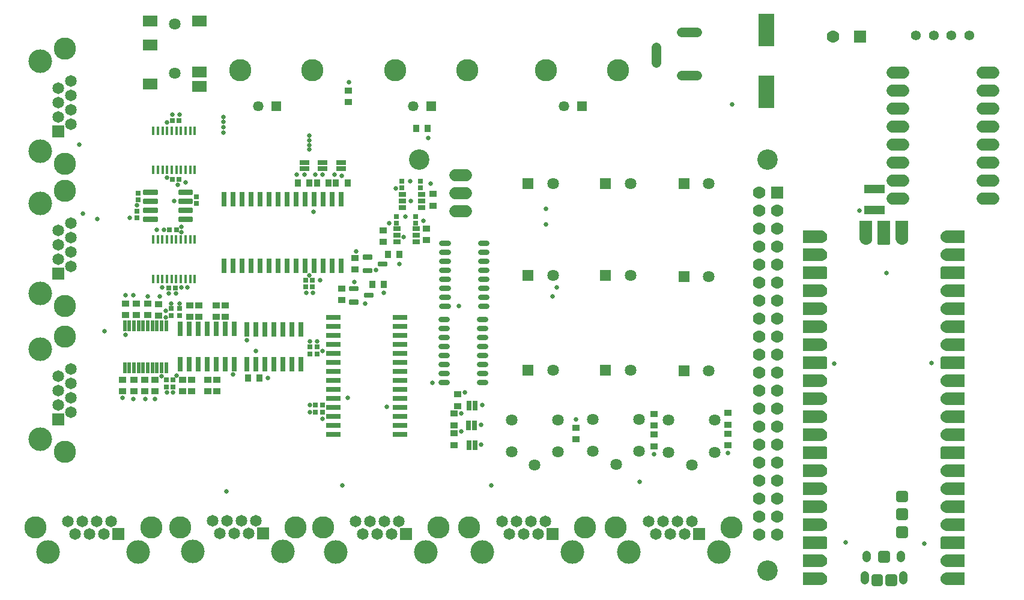
<source format=gbr>
G04 EAGLE Gerber RS-274X export*
G75*
%MOMM*%
%FSLAX34Y34*%
%LPD*%
%INSoldermask Top*%
%IPPOS*%
%AMOC8*
5,1,8,0,0,1.08239X$1,22.5*%
G01*
G04 Define Apertures*
%ADD10C,2.877000*%
%ADD11R,2.127000X1.627000*%
%ADD12C,1.627000*%
%ADD13R,2.842300X1.291600*%
%ADD14R,0.687000X0.756100*%
%ADD15R,0.756100X0.687000*%
%ADD16R,2.242300X4.542700*%
%ADD17R,1.627000X1.627000*%
%ADD18R,2.127000X0.727000*%
%ADD19R,0.727000X2.127000*%
%ADD20C,1.651000*%
%ADD21R,0.762000X1.397000*%
%ADD22R,1.397000X0.762000*%
%ADD23R,1.462000X1.462000*%
%ADD24C,1.462000*%
%ADD25C,3.127000*%
%ADD26C,1.651000*%
%ADD27R,1.651000X1.651000*%
%ADD28C,3.327000*%
%ADD29C,1.327000*%
%ADD30C,1.387000*%
%ADD31R,1.100900X0.925700*%
%ADD32R,0.925700X1.100900*%
%ADD33R,0.482600X1.536700*%
%ADD34C,0.732150*%
%ADD35C,1.227000*%
%ADD36C,1.177000*%
%ADD37R,0.685800X2.108200*%
%ADD38C,0.727000*%
%ADD39R,1.777000X1.777000*%
%ADD40C,1.777000*%
%ADD41C,0.276259*%
%ADD42R,1.104900X0.685800*%
%ADD43R,0.431800X1.295400*%
%ADD44C,0.272459*%
%ADD45C,0.652000*%
G36*
X1135808Y75100D02*
X1135808Y93200D01*
X1166861Y93200D01*
X1167537Y93124D01*
X1168182Y92898D01*
X1168760Y92535D01*
X1169243Y92052D01*
X1169607Y91474D01*
X1169832Y90829D01*
X1169908Y90153D01*
X1169908Y78147D01*
X1169832Y77471D01*
X1169607Y76827D01*
X1169243Y76248D01*
X1168760Y75765D01*
X1168182Y75402D01*
X1167537Y75176D01*
X1166861Y75100D01*
X1135808Y75100D01*
G37*
G36*
X1135808Y202100D02*
X1135808Y220200D01*
X1166861Y220200D01*
X1167537Y220124D01*
X1168182Y219898D01*
X1168760Y219535D01*
X1169243Y219052D01*
X1169607Y218474D01*
X1169832Y217829D01*
X1169908Y217153D01*
X1169908Y205147D01*
X1169832Y204471D01*
X1169607Y203827D01*
X1169243Y203248D01*
X1168760Y202765D01*
X1168182Y202402D01*
X1167537Y202176D01*
X1166861Y202100D01*
X1135808Y202100D01*
G37*
G36*
X1135808Y329100D02*
X1135808Y347200D01*
X1166861Y347200D01*
X1167537Y347124D01*
X1168182Y346898D01*
X1168760Y346535D01*
X1169243Y346052D01*
X1169607Y345474D01*
X1169832Y344829D01*
X1169908Y344153D01*
X1169908Y332147D01*
X1169832Y331471D01*
X1169607Y330827D01*
X1169243Y330248D01*
X1168760Y329765D01*
X1168182Y329402D01*
X1167537Y329176D01*
X1166861Y329100D01*
X1135808Y329100D01*
G37*
G36*
X1135808Y456100D02*
X1135808Y474200D01*
X1166861Y474200D01*
X1167537Y474124D01*
X1168182Y473898D01*
X1168760Y473535D01*
X1169243Y473052D01*
X1169607Y472474D01*
X1169832Y471829D01*
X1169908Y471153D01*
X1169908Y459147D01*
X1169832Y458471D01*
X1169607Y457827D01*
X1169243Y457248D01*
X1168760Y456765D01*
X1168182Y456402D01*
X1167537Y456176D01*
X1166861Y456100D01*
X1135808Y456100D01*
G37*
G36*
X1240708Y507647D02*
X1240708Y538700D01*
X1258808Y538700D01*
X1258808Y507647D01*
X1258732Y506971D01*
X1258507Y506327D01*
X1258143Y505748D01*
X1257660Y505265D01*
X1257082Y504902D01*
X1256437Y504676D01*
X1255761Y504600D01*
X1243756Y504600D01*
X1243080Y504676D01*
X1242435Y504902D01*
X1241857Y505265D01*
X1241374Y505748D01*
X1241010Y506327D01*
X1240785Y506971D01*
X1240708Y507647D01*
G37*
G36*
X1331980Y93124D02*
X1332656Y93200D01*
X1363708Y93200D01*
X1363708Y75100D01*
X1332656Y75100D01*
X1331980Y75176D01*
X1331335Y75402D01*
X1330757Y75765D01*
X1330274Y76248D01*
X1329910Y76827D01*
X1329685Y77471D01*
X1329608Y78147D01*
X1329608Y90153D01*
X1329685Y90829D01*
X1329910Y91474D01*
X1330274Y92052D01*
X1330757Y92535D01*
X1331335Y92898D01*
X1331980Y93124D01*
G37*
G36*
X1331980Y220124D02*
X1332656Y220200D01*
X1363708Y220200D01*
X1363708Y202100D01*
X1332656Y202100D01*
X1331980Y202176D01*
X1331335Y202402D01*
X1330757Y202765D01*
X1330274Y203248D01*
X1329910Y203827D01*
X1329685Y204471D01*
X1329608Y205147D01*
X1329608Y217153D01*
X1329685Y217829D01*
X1329910Y218474D01*
X1330274Y219052D01*
X1330757Y219535D01*
X1331335Y219898D01*
X1331980Y220124D01*
G37*
G36*
X1331980Y347124D02*
X1332656Y347200D01*
X1363708Y347200D01*
X1363708Y329100D01*
X1332656Y329100D01*
X1331980Y329176D01*
X1331335Y329402D01*
X1330757Y329765D01*
X1330274Y330248D01*
X1329910Y330827D01*
X1329685Y331471D01*
X1329608Y332147D01*
X1329608Y344153D01*
X1329685Y344829D01*
X1329910Y345474D01*
X1330274Y346052D01*
X1330757Y346535D01*
X1331335Y346898D01*
X1331980Y347124D01*
G37*
G36*
X1331980Y474124D02*
X1332656Y474200D01*
X1363708Y474200D01*
X1363708Y456100D01*
X1332656Y456100D01*
X1331980Y456176D01*
X1331335Y456402D01*
X1330757Y456765D01*
X1330274Y457248D01*
X1329910Y457827D01*
X1329685Y458471D01*
X1329608Y459147D01*
X1329608Y471153D01*
X1329685Y471829D01*
X1329910Y472474D01*
X1330274Y473052D01*
X1330757Y473535D01*
X1331335Y473898D01*
X1331980Y474124D01*
G37*
G36*
X1135808Y24300D02*
X1135808Y42400D01*
X1160861Y42400D01*
X1162624Y42226D01*
X1164322Y41711D01*
X1165886Y40875D01*
X1167258Y39750D01*
X1168383Y38378D01*
X1169220Y36813D01*
X1169735Y35116D01*
X1169909Y33350D01*
X1169735Y31584D01*
X1169220Y29887D01*
X1168383Y28322D01*
X1167258Y26951D01*
X1165886Y25825D01*
X1164322Y24989D01*
X1162624Y24474D01*
X1160861Y24300D01*
X1135808Y24300D01*
G37*
G36*
X1135808Y49700D02*
X1135808Y67800D01*
X1160861Y67800D01*
X1162624Y67626D01*
X1164322Y67111D01*
X1165886Y66275D01*
X1167258Y65150D01*
X1168383Y63778D01*
X1169220Y62213D01*
X1169735Y60516D01*
X1169909Y58750D01*
X1169735Y56984D01*
X1169220Y55287D01*
X1168383Y53722D01*
X1167258Y52351D01*
X1165886Y51225D01*
X1164322Y50389D01*
X1162624Y49874D01*
X1160861Y49700D01*
X1135808Y49700D01*
G37*
G36*
X1135808Y100500D02*
X1135808Y118600D01*
X1160861Y118600D01*
X1162624Y118426D01*
X1164322Y117911D01*
X1165886Y117075D01*
X1167258Y115950D01*
X1168383Y114578D01*
X1169220Y113013D01*
X1169735Y111316D01*
X1169909Y109550D01*
X1169735Y107784D01*
X1169220Y106087D01*
X1168383Y104522D01*
X1167258Y103151D01*
X1165886Y102025D01*
X1164322Y101189D01*
X1162624Y100674D01*
X1160861Y100500D01*
X1135808Y100500D01*
G37*
G36*
X1135808Y125900D02*
X1135808Y144000D01*
X1160861Y144000D01*
X1162624Y143826D01*
X1164322Y143311D01*
X1165886Y142475D01*
X1167258Y141350D01*
X1168383Y139978D01*
X1169220Y138413D01*
X1169735Y136716D01*
X1169909Y134950D01*
X1169735Y133184D01*
X1169220Y131487D01*
X1168383Y129922D01*
X1167258Y128551D01*
X1165886Y127425D01*
X1164322Y126589D01*
X1162624Y126074D01*
X1160861Y125900D01*
X1135808Y125900D01*
G37*
G36*
X1135808Y151300D02*
X1135808Y169400D01*
X1160861Y169400D01*
X1162624Y169226D01*
X1164322Y168711D01*
X1165886Y167875D01*
X1167258Y166750D01*
X1168383Y165378D01*
X1169220Y163813D01*
X1169735Y162116D01*
X1169909Y160350D01*
X1169735Y158584D01*
X1169220Y156887D01*
X1168383Y155322D01*
X1167258Y153951D01*
X1165886Y152825D01*
X1164322Y151989D01*
X1162624Y151474D01*
X1160861Y151300D01*
X1135808Y151300D01*
G37*
G36*
X1135808Y176700D02*
X1135808Y194800D01*
X1160861Y194800D01*
X1162624Y194626D01*
X1164322Y194111D01*
X1165886Y193275D01*
X1167258Y192150D01*
X1168383Y190778D01*
X1169220Y189213D01*
X1169735Y187516D01*
X1169909Y185750D01*
X1169735Y183984D01*
X1169220Y182287D01*
X1168383Y180722D01*
X1167258Y179351D01*
X1165886Y178225D01*
X1164322Y177389D01*
X1162624Y176874D01*
X1160861Y176700D01*
X1135808Y176700D01*
G37*
G36*
X1135808Y227500D02*
X1135808Y245600D01*
X1160861Y245600D01*
X1162624Y245426D01*
X1164322Y244911D01*
X1165886Y244075D01*
X1167258Y242950D01*
X1168383Y241578D01*
X1169220Y240013D01*
X1169735Y238316D01*
X1169909Y236550D01*
X1169735Y234784D01*
X1169220Y233087D01*
X1168383Y231522D01*
X1167258Y230151D01*
X1165886Y229025D01*
X1164322Y228189D01*
X1162624Y227674D01*
X1160861Y227500D01*
X1135808Y227500D01*
G37*
G36*
X1135808Y252900D02*
X1135808Y271000D01*
X1160861Y271000D01*
X1162624Y270826D01*
X1164322Y270311D01*
X1165886Y269475D01*
X1167258Y268350D01*
X1168383Y266978D01*
X1169220Y265413D01*
X1169735Y263716D01*
X1169909Y261950D01*
X1169735Y260184D01*
X1169220Y258487D01*
X1168383Y256922D01*
X1167258Y255551D01*
X1165886Y254425D01*
X1164322Y253589D01*
X1162624Y253074D01*
X1160861Y252900D01*
X1135808Y252900D01*
G37*
G36*
X1135808Y278300D02*
X1135808Y296400D01*
X1160861Y296400D01*
X1162624Y296226D01*
X1164322Y295711D01*
X1165886Y294875D01*
X1167258Y293750D01*
X1168383Y292378D01*
X1169220Y290813D01*
X1169735Y289116D01*
X1169909Y287350D01*
X1169735Y285584D01*
X1169220Y283887D01*
X1168383Y282322D01*
X1167258Y280951D01*
X1165886Y279825D01*
X1164322Y278989D01*
X1162624Y278474D01*
X1160861Y278300D01*
X1135808Y278300D01*
G37*
G36*
X1135808Y303700D02*
X1135808Y321800D01*
X1160861Y321800D01*
X1162624Y321626D01*
X1164322Y321111D01*
X1165886Y320275D01*
X1167258Y319150D01*
X1168383Y317778D01*
X1169220Y316213D01*
X1169735Y314516D01*
X1169909Y312750D01*
X1169735Y310984D01*
X1169220Y309287D01*
X1168383Y307722D01*
X1167258Y306351D01*
X1165886Y305225D01*
X1164322Y304389D01*
X1162624Y303874D01*
X1160861Y303700D01*
X1135808Y303700D01*
G37*
G36*
X1135808Y354500D02*
X1135808Y372600D01*
X1160861Y372600D01*
X1162624Y372426D01*
X1164322Y371911D01*
X1165886Y371075D01*
X1167258Y369950D01*
X1168383Y368578D01*
X1169220Y367013D01*
X1169735Y365316D01*
X1169909Y363550D01*
X1169735Y361784D01*
X1169220Y360087D01*
X1168383Y358522D01*
X1167258Y357151D01*
X1165886Y356025D01*
X1164322Y355189D01*
X1162624Y354674D01*
X1160861Y354500D01*
X1135808Y354500D01*
G37*
G36*
X1135808Y379900D02*
X1135808Y398000D01*
X1160861Y398000D01*
X1162624Y397826D01*
X1164322Y397311D01*
X1165886Y396475D01*
X1167258Y395350D01*
X1168383Y393978D01*
X1169220Y392413D01*
X1169735Y390716D01*
X1169909Y388950D01*
X1169735Y387184D01*
X1169220Y385487D01*
X1168383Y383922D01*
X1167258Y382551D01*
X1165886Y381425D01*
X1164322Y380589D01*
X1162624Y380074D01*
X1160861Y379900D01*
X1135808Y379900D01*
G37*
G36*
X1135808Y405300D02*
X1135808Y423400D01*
X1160861Y423400D01*
X1162624Y423226D01*
X1164322Y422711D01*
X1165886Y421875D01*
X1167258Y420750D01*
X1168383Y419378D01*
X1169220Y417813D01*
X1169735Y416116D01*
X1169909Y414350D01*
X1169735Y412584D01*
X1169220Y410887D01*
X1168383Y409322D01*
X1167258Y407951D01*
X1165886Y406825D01*
X1164322Y405989D01*
X1162624Y405474D01*
X1160861Y405300D01*
X1135808Y405300D01*
G37*
G36*
X1135808Y430700D02*
X1135808Y448800D01*
X1160861Y448800D01*
X1162624Y448626D01*
X1164322Y448111D01*
X1165886Y447275D01*
X1167258Y446150D01*
X1168383Y444778D01*
X1169220Y443213D01*
X1169735Y441516D01*
X1169909Y439750D01*
X1169735Y437984D01*
X1169220Y436287D01*
X1168383Y434722D01*
X1167258Y433351D01*
X1165886Y432225D01*
X1164322Y431389D01*
X1162624Y430874D01*
X1160861Y430700D01*
X1135808Y430700D01*
G37*
G36*
X1135808Y481500D02*
X1135808Y499600D01*
X1160861Y499600D01*
X1162624Y499426D01*
X1164322Y498911D01*
X1165886Y498075D01*
X1167258Y496950D01*
X1168383Y495578D01*
X1169220Y494013D01*
X1169735Y492316D01*
X1169909Y490550D01*
X1169735Y488784D01*
X1169220Y487087D01*
X1168383Y485522D01*
X1167258Y484151D01*
X1165886Y483025D01*
X1164322Y482189D01*
X1162624Y481674D01*
X1160861Y481500D01*
X1135808Y481500D01*
G37*
G36*
X1135808Y506900D02*
X1135808Y525000D01*
X1160861Y525000D01*
X1162624Y524826D01*
X1164322Y524311D01*
X1165886Y523475D01*
X1167258Y522350D01*
X1168383Y520978D01*
X1169220Y519413D01*
X1169735Y517716D01*
X1169909Y515950D01*
X1169735Y514184D01*
X1169220Y512487D01*
X1168383Y510922D01*
X1167258Y509551D01*
X1165886Y508425D01*
X1164322Y507589D01*
X1162624Y507074D01*
X1160861Y506900D01*
X1135808Y506900D01*
G37*
G36*
X1215308Y513648D02*
X1215308Y538700D01*
X1233408Y538700D01*
X1233408Y513648D01*
X1233235Y511884D01*
X1232720Y510187D01*
X1231883Y508622D01*
X1230758Y507251D01*
X1229386Y506125D01*
X1227822Y505289D01*
X1226124Y504774D01*
X1224358Y504600D01*
X1222593Y504774D01*
X1220895Y505289D01*
X1219330Y506125D01*
X1217959Y507251D01*
X1216833Y508622D01*
X1215997Y510187D01*
X1215482Y511884D01*
X1215308Y513648D01*
G37*
G36*
X1266108Y513648D02*
X1266108Y538700D01*
X1284208Y538700D01*
X1284208Y513648D01*
X1284035Y511884D01*
X1283520Y510187D01*
X1282683Y508622D01*
X1281558Y507251D01*
X1280186Y506125D01*
X1278622Y505289D01*
X1276924Y504774D01*
X1275158Y504600D01*
X1273393Y504774D01*
X1271695Y505289D01*
X1270130Y506125D01*
X1268759Y507251D01*
X1267633Y508622D01*
X1266797Y510187D01*
X1266282Y511884D01*
X1266108Y513648D01*
G37*
G36*
X1336893Y42226D02*
X1338656Y42400D01*
X1363708Y42400D01*
X1363708Y24300D01*
X1338656Y24300D01*
X1336893Y24474D01*
X1335195Y24989D01*
X1333630Y25825D01*
X1332259Y26951D01*
X1331133Y28322D01*
X1330297Y29887D01*
X1329782Y31584D01*
X1329608Y33350D01*
X1329782Y35116D01*
X1330297Y36813D01*
X1331133Y38378D01*
X1332259Y39750D01*
X1333630Y40875D01*
X1335195Y41711D01*
X1336893Y42226D01*
G37*
G36*
X1336893Y67626D02*
X1338656Y67800D01*
X1363708Y67800D01*
X1363708Y49700D01*
X1338656Y49700D01*
X1336893Y49874D01*
X1335195Y50389D01*
X1333630Y51225D01*
X1332259Y52351D01*
X1331133Y53722D01*
X1330297Y55287D01*
X1329782Y56984D01*
X1329608Y58750D01*
X1329782Y60516D01*
X1330297Y62213D01*
X1331133Y63778D01*
X1332259Y65150D01*
X1333630Y66275D01*
X1335195Y67111D01*
X1336893Y67626D01*
G37*
G36*
X1336893Y118426D02*
X1338656Y118600D01*
X1363708Y118600D01*
X1363708Y100500D01*
X1338656Y100500D01*
X1336893Y100674D01*
X1335195Y101189D01*
X1333630Y102025D01*
X1332259Y103151D01*
X1331133Y104522D01*
X1330297Y106087D01*
X1329782Y107784D01*
X1329608Y109550D01*
X1329782Y111316D01*
X1330297Y113013D01*
X1331133Y114578D01*
X1332259Y115950D01*
X1333630Y117075D01*
X1335195Y117911D01*
X1336893Y118426D01*
G37*
G36*
X1336893Y143826D02*
X1338656Y144000D01*
X1363708Y144000D01*
X1363708Y125900D01*
X1338656Y125900D01*
X1336893Y126074D01*
X1335195Y126589D01*
X1333630Y127425D01*
X1332259Y128551D01*
X1331133Y129922D01*
X1330297Y131487D01*
X1329782Y133184D01*
X1329608Y134950D01*
X1329782Y136716D01*
X1330297Y138413D01*
X1331133Y139978D01*
X1332259Y141350D01*
X1333630Y142475D01*
X1335195Y143311D01*
X1336893Y143826D01*
G37*
G36*
X1336893Y169226D02*
X1338656Y169400D01*
X1363708Y169400D01*
X1363708Y151300D01*
X1338656Y151300D01*
X1336893Y151474D01*
X1335195Y151989D01*
X1333630Y152825D01*
X1332259Y153951D01*
X1331133Y155322D01*
X1330297Y156887D01*
X1329782Y158584D01*
X1329608Y160350D01*
X1329782Y162116D01*
X1330297Y163813D01*
X1331133Y165378D01*
X1332259Y166750D01*
X1333630Y167875D01*
X1335195Y168711D01*
X1336893Y169226D01*
G37*
G36*
X1336893Y194626D02*
X1338656Y194800D01*
X1363708Y194800D01*
X1363708Y176700D01*
X1338656Y176700D01*
X1336893Y176874D01*
X1335195Y177389D01*
X1333630Y178225D01*
X1332259Y179351D01*
X1331133Y180722D01*
X1330297Y182287D01*
X1329782Y183984D01*
X1329608Y185750D01*
X1329782Y187516D01*
X1330297Y189213D01*
X1331133Y190778D01*
X1332259Y192150D01*
X1333630Y193275D01*
X1335195Y194111D01*
X1336893Y194626D01*
G37*
G36*
X1336893Y245426D02*
X1338656Y245600D01*
X1363708Y245600D01*
X1363708Y227500D01*
X1338656Y227500D01*
X1336893Y227674D01*
X1335195Y228189D01*
X1333630Y229025D01*
X1332259Y230151D01*
X1331133Y231522D01*
X1330297Y233087D01*
X1329782Y234784D01*
X1329608Y236550D01*
X1329782Y238316D01*
X1330297Y240013D01*
X1331133Y241578D01*
X1332259Y242950D01*
X1333630Y244075D01*
X1335195Y244911D01*
X1336893Y245426D01*
G37*
G36*
X1336893Y270826D02*
X1338656Y271000D01*
X1363708Y271000D01*
X1363708Y252900D01*
X1338656Y252900D01*
X1336893Y253074D01*
X1335195Y253589D01*
X1333630Y254425D01*
X1332259Y255551D01*
X1331133Y256922D01*
X1330297Y258487D01*
X1329782Y260184D01*
X1329608Y261950D01*
X1329782Y263716D01*
X1330297Y265413D01*
X1331133Y266978D01*
X1332259Y268350D01*
X1333630Y269475D01*
X1335195Y270311D01*
X1336893Y270826D01*
G37*
G36*
X1336893Y296226D02*
X1338656Y296400D01*
X1363708Y296400D01*
X1363708Y278300D01*
X1338656Y278300D01*
X1336893Y278474D01*
X1335195Y278989D01*
X1333630Y279825D01*
X1332259Y280951D01*
X1331133Y282322D01*
X1330297Y283887D01*
X1329782Y285584D01*
X1329608Y287350D01*
X1329782Y289116D01*
X1330297Y290813D01*
X1331133Y292378D01*
X1332259Y293750D01*
X1333630Y294875D01*
X1335195Y295711D01*
X1336893Y296226D01*
G37*
G36*
X1336893Y321626D02*
X1338656Y321800D01*
X1363708Y321800D01*
X1363708Y303700D01*
X1338656Y303700D01*
X1336893Y303874D01*
X1335195Y304389D01*
X1333630Y305225D01*
X1332259Y306351D01*
X1331133Y307722D01*
X1330297Y309287D01*
X1329782Y310984D01*
X1329608Y312750D01*
X1329782Y314516D01*
X1330297Y316213D01*
X1331133Y317778D01*
X1332259Y319150D01*
X1333630Y320275D01*
X1335195Y321111D01*
X1336893Y321626D01*
G37*
G36*
X1336893Y372426D02*
X1338656Y372600D01*
X1363708Y372600D01*
X1363708Y354500D01*
X1338656Y354500D01*
X1336893Y354674D01*
X1335195Y355189D01*
X1333630Y356025D01*
X1332259Y357151D01*
X1331133Y358522D01*
X1330297Y360087D01*
X1329782Y361784D01*
X1329608Y363550D01*
X1329782Y365316D01*
X1330297Y367013D01*
X1331133Y368578D01*
X1332259Y369950D01*
X1333630Y371075D01*
X1335195Y371911D01*
X1336893Y372426D01*
G37*
G36*
X1336893Y397826D02*
X1338656Y398000D01*
X1363708Y398000D01*
X1363708Y379900D01*
X1338656Y379900D01*
X1336893Y380074D01*
X1335195Y380589D01*
X1333630Y381425D01*
X1332259Y382551D01*
X1331133Y383922D01*
X1330297Y385487D01*
X1329782Y387184D01*
X1329608Y388950D01*
X1329782Y390716D01*
X1330297Y392413D01*
X1331133Y393978D01*
X1332259Y395350D01*
X1333630Y396475D01*
X1335195Y397311D01*
X1336893Y397826D01*
G37*
G36*
X1336893Y423226D02*
X1338656Y423400D01*
X1363708Y423400D01*
X1363708Y405300D01*
X1338656Y405300D01*
X1336893Y405474D01*
X1335195Y405989D01*
X1333630Y406825D01*
X1332259Y407951D01*
X1331133Y409322D01*
X1330297Y410887D01*
X1329782Y412584D01*
X1329608Y414350D01*
X1329782Y416116D01*
X1330297Y417813D01*
X1331133Y419378D01*
X1332259Y420750D01*
X1333630Y421875D01*
X1335195Y422711D01*
X1336893Y423226D01*
G37*
G36*
X1336893Y448626D02*
X1338656Y448800D01*
X1363708Y448800D01*
X1363708Y430700D01*
X1338656Y430700D01*
X1336893Y430874D01*
X1335195Y431389D01*
X1333630Y432225D01*
X1332259Y433351D01*
X1331133Y434722D01*
X1330297Y436287D01*
X1329782Y437984D01*
X1329608Y439750D01*
X1329782Y441516D01*
X1330297Y443213D01*
X1331133Y444778D01*
X1332259Y446150D01*
X1333630Y447275D01*
X1335195Y448111D01*
X1336893Y448626D01*
G37*
G36*
X1336893Y499426D02*
X1338656Y499600D01*
X1363708Y499600D01*
X1363708Y481500D01*
X1338656Y481500D01*
X1336893Y481674D01*
X1335195Y482189D01*
X1333630Y483025D01*
X1332259Y484151D01*
X1331133Y485522D01*
X1330297Y487087D01*
X1329782Y488784D01*
X1329608Y490550D01*
X1329782Y492316D01*
X1330297Y494013D01*
X1331133Y495578D01*
X1332259Y496950D01*
X1333630Y498075D01*
X1335195Y498911D01*
X1336893Y499426D01*
G37*
G36*
X1336893Y524826D02*
X1338656Y525000D01*
X1363708Y525000D01*
X1363708Y506900D01*
X1338656Y506900D01*
X1336893Y507074D01*
X1335195Y507589D01*
X1333630Y508425D01*
X1332259Y509551D01*
X1331133Y510922D01*
X1330297Y512487D01*
X1329782Y514184D01*
X1329608Y515950D01*
X1329782Y517716D01*
X1330297Y519413D01*
X1331133Y520978D01*
X1332259Y522350D01*
X1333630Y523475D01*
X1335195Y524311D01*
X1336893Y524826D01*
G37*
D10*
X1085850Y44450D03*
X594850Y624770D03*
X1085850Y624450D03*
D11*
X285060Y820310D03*
X215060Y820310D03*
X215060Y786310D03*
X215060Y731310D03*
X285060Y748310D03*
X285060Y728310D03*
D12*
X249960Y816410D03*
X249960Y746410D03*
D13*
X1236750Y582974D03*
X1236750Y553466D03*
D14*
X458006Y268500D03*
X448314Y268500D03*
D15*
X443760Y454656D03*
X443760Y444964D03*
X434870Y454656D03*
X434870Y444964D03*
D16*
X1084050Y807510D03*
X1084050Y720456D03*
D15*
X256770Y404834D03*
X256770Y414526D03*
X450810Y350714D03*
X450810Y360406D03*
X238530Y313986D03*
X238530Y304294D03*
X245340Y404834D03*
X245340Y414526D03*
X440650Y350714D03*
X440650Y360406D03*
X247420Y313986D03*
X247420Y304294D03*
D14*
X458006Y278660D03*
X448314Y278660D03*
D17*
X967990Y326740D03*
D12*
X1002990Y326740D03*
D18*
X473884Y402060D03*
X473884Y389360D03*
X473884Y376660D03*
X473884Y363960D03*
X473884Y351260D03*
X473884Y338560D03*
X473884Y325860D03*
X473884Y313160D03*
X473884Y300460D03*
X473884Y287760D03*
X473884Y275060D03*
X473884Y262360D03*
X473884Y249660D03*
X473884Y236960D03*
X567884Y236960D03*
X567884Y249660D03*
X567884Y262360D03*
X567884Y275060D03*
X567884Y287760D03*
X567884Y300460D03*
X567884Y313160D03*
X567884Y325860D03*
X567884Y338560D03*
X567884Y351260D03*
X567884Y363960D03*
X567884Y376660D03*
X567884Y389360D03*
X567884Y402060D03*
D19*
X319510Y474740D03*
X332210Y474740D03*
X344910Y474740D03*
X357610Y474740D03*
X370310Y474740D03*
X383010Y474740D03*
X395710Y474740D03*
X408410Y474740D03*
X421110Y474740D03*
X433810Y474740D03*
X446510Y474740D03*
X459210Y474740D03*
X471910Y474740D03*
X484610Y474740D03*
X484610Y568740D03*
X471910Y568740D03*
X459210Y568740D03*
X446510Y568740D03*
X433810Y568740D03*
X421110Y568740D03*
X408410Y568740D03*
X395710Y568740D03*
X383010Y568740D03*
X370310Y568740D03*
X357610Y568740D03*
X344910Y568740D03*
X332210Y568740D03*
X319510Y568740D03*
D20*
X1389150Y569490D02*
X1404390Y569490D01*
X1404390Y594890D02*
X1389150Y594890D01*
X1389150Y620290D02*
X1404390Y620290D01*
X1404390Y645690D02*
X1389150Y645690D01*
X1389150Y671090D02*
X1404390Y671090D01*
X1404390Y696490D02*
X1389150Y696490D01*
X1389150Y721890D02*
X1404390Y721890D01*
X1404390Y747290D02*
X1389150Y747290D01*
X1277390Y569490D02*
X1262150Y569490D01*
X1262150Y594890D02*
X1277390Y594890D01*
X1277390Y620290D02*
X1262150Y620290D01*
X1262150Y645690D02*
X1277390Y645690D01*
X1277390Y671090D02*
X1262150Y671090D01*
X1262150Y696490D02*
X1277390Y696490D01*
X1277390Y721890D02*
X1262150Y721890D01*
X1262150Y747290D02*
X1277390Y747290D01*
D21*
X673076Y221662D03*
X664948Y221662D03*
X672359Y249660D03*
X664231Y249660D03*
X673121Y277854D03*
X664993Y277854D03*
D22*
X484910Y612162D03*
X484910Y620290D03*
X458240Y612416D03*
X458240Y620544D03*
X432840Y612416D03*
X432840Y620544D03*
D23*
X393470Y700300D03*
D24*
X368070Y700300D03*
D25*
X444270Y751100D03*
X342670Y751100D03*
D23*
X824000Y700300D03*
D24*
X798600Y700300D03*
D25*
X874800Y751100D03*
X773200Y751100D03*
D26*
X917680Y114070D03*
X938000Y114070D03*
X958320Y114070D03*
X978640Y114070D03*
X927840Y96290D03*
X948160Y96290D03*
X968480Y96290D03*
D27*
X988800Y96290D03*
D28*
X889740Y70890D03*
X1016740Y70890D03*
D25*
X1034740Y105480D03*
X871740Y105480D03*
D26*
X711171Y114571D03*
X731491Y114571D03*
X751811Y114571D03*
X772131Y114571D03*
X721331Y96791D03*
X741651Y96791D03*
X761971Y96791D03*
D27*
X782291Y96791D03*
D28*
X683231Y71391D03*
X810231Y71391D03*
D25*
X828231Y105981D03*
X665231Y105981D03*
D26*
X504930Y114070D03*
X525250Y114070D03*
X545570Y114070D03*
X565890Y114070D03*
X515090Y96290D03*
X535410Y96290D03*
X555730Y96290D03*
D27*
X576050Y96290D03*
D28*
X476990Y70890D03*
X603990Y70890D03*
D25*
X621990Y105480D03*
X458990Y105480D03*
D26*
X303271Y114801D03*
X323591Y114801D03*
X343911Y114801D03*
X364231Y114801D03*
X313431Y97021D03*
X333751Y97021D03*
X354071Y97021D03*
D27*
X374391Y97021D03*
D28*
X275331Y71621D03*
X402331Y71621D03*
D25*
X420331Y106211D03*
X257331Y106211D03*
D26*
X99645Y114375D03*
X119965Y114375D03*
X140285Y114375D03*
X160605Y114375D03*
X109805Y96595D03*
X130125Y96595D03*
X150445Y96595D03*
D27*
X170765Y96595D03*
D28*
X71705Y71195D03*
X198705Y71195D03*
D25*
X216705Y105785D03*
X53705Y105785D03*
D26*
X103400Y329160D03*
X103400Y308840D03*
X103400Y288520D03*
X103400Y268200D03*
X85620Y319000D03*
X85620Y298680D03*
X85620Y278360D03*
D27*
X85620Y258040D03*
D28*
X60220Y357100D03*
X60220Y230100D03*
D25*
X94810Y212100D03*
X94810Y375100D03*
D26*
X103400Y534900D03*
X103400Y514580D03*
X103400Y494260D03*
X103400Y473940D03*
X85620Y524740D03*
X85620Y504420D03*
X85620Y484100D03*
D27*
X85620Y463780D03*
D28*
X60220Y562840D03*
X60220Y435840D03*
D25*
X94810Y417840D03*
X94810Y580840D03*
D26*
X103400Y735560D03*
X103400Y715240D03*
X103400Y694920D03*
X103400Y674600D03*
X85620Y725400D03*
X85620Y705080D03*
X85620Y684760D03*
D27*
X85620Y664440D03*
D28*
X60220Y763500D03*
X60220Y636500D03*
D25*
X94810Y618500D03*
X94810Y781500D03*
D29*
X964410Y804370D02*
X986410Y804370D01*
X929410Y782870D02*
X929410Y760870D01*
X964410Y743370D02*
X986410Y743370D01*
D30*
X1294870Y799870D03*
X1319870Y799870D03*
X1344870Y799870D03*
X1369870Y799870D03*
D31*
X1030280Y267082D03*
X1030280Y250778D03*
X176300Y297768D03*
X176300Y314072D03*
X180361Y421433D03*
X180361Y405129D03*
X195664Y421642D03*
X195664Y405338D03*
X212320Y421642D03*
X212320Y405338D03*
X227560Y421114D03*
X227560Y404810D03*
X643994Y266448D03*
X643994Y250144D03*
X926140Y265812D03*
X926140Y249508D03*
X644120Y238347D03*
X644120Y222043D03*
X649200Y293372D03*
X649200Y277068D03*
D32*
X450848Y592050D03*
X467152Y592050D03*
X477357Y592007D03*
X493661Y592007D03*
X423763Y592007D03*
X440067Y592007D03*
D31*
X494560Y722122D03*
X494560Y705818D03*
X1030280Y221568D03*
X1030280Y237872D03*
X926140Y220298D03*
X926140Y236602D03*
X815570Y246382D03*
X815570Y230078D03*
X221720Y297688D03*
X221720Y313992D03*
X207750Y297688D03*
X207750Y313992D03*
X192510Y297688D03*
X192510Y313992D03*
D33*
X238059Y390437D03*
X231560Y390437D03*
X225060Y390437D03*
X218560Y390437D03*
X212060Y390437D03*
X205560Y390437D03*
X199060Y390437D03*
X192560Y390437D03*
X186060Y390437D03*
X179561Y390437D03*
X179561Y331383D03*
X186060Y331383D03*
X192560Y331383D03*
X199060Y331383D03*
X205560Y331383D03*
X212060Y331383D03*
X218560Y331383D03*
X225060Y331383D03*
X231560Y331383D03*
X238059Y331383D03*
D34*
X1255284Y36124D02*
X1264232Y36124D01*
X1264232Y27176D01*
X1255284Y27176D01*
X1255284Y36124D01*
X1255284Y34132D02*
X1264232Y34132D01*
X1244232Y36124D02*
X1235284Y36124D01*
X1244232Y36124D02*
X1244232Y27176D01*
X1235284Y27176D01*
X1235284Y36124D01*
X1235284Y34132D02*
X1244232Y34132D01*
X1245284Y69124D02*
X1254232Y69124D01*
X1254232Y60176D01*
X1245284Y60176D01*
X1245284Y69124D01*
X1245284Y67132D02*
X1254232Y67132D01*
X1270284Y104124D02*
X1279232Y104124D01*
X1279232Y95176D01*
X1270284Y95176D01*
X1270284Y104124D01*
X1270284Y102132D02*
X1279232Y102132D01*
X1279232Y129124D02*
X1270284Y129124D01*
X1279232Y129124D02*
X1279232Y120176D01*
X1270284Y120176D01*
X1270284Y129124D01*
X1270284Y127132D02*
X1279232Y127132D01*
X1279232Y154124D02*
X1270284Y154124D01*
X1279232Y154124D02*
X1279232Y145176D01*
X1270284Y145176D01*
X1270284Y154124D01*
X1270284Y152132D02*
X1279232Y152132D01*
D35*
X1277008Y38150D02*
X1277008Y31150D01*
X1222508Y31150D02*
X1222508Y38150D01*
D36*
X1274008Y62950D02*
X1274008Y66950D01*
X1225508Y66950D02*
X1225508Y62950D01*
D37*
X257898Y336447D03*
X270598Y336447D03*
X283298Y336447D03*
X295998Y336447D03*
X308698Y336447D03*
X321398Y336447D03*
X334098Y336447D03*
X334098Y385723D03*
X321398Y385723D03*
X308698Y385723D03*
X295998Y385723D03*
X283298Y385723D03*
X270598Y385723D03*
X257898Y385723D03*
X428030Y385278D03*
X415330Y385278D03*
X402630Y385278D03*
X389930Y385278D03*
X377230Y385278D03*
X364530Y385278D03*
X351830Y385278D03*
X351830Y336002D03*
X364530Y336002D03*
X377230Y336002D03*
X389930Y336002D03*
X402630Y336002D03*
X415330Y336002D03*
X428030Y336002D03*
D38*
X626400Y507070D02*
X634900Y507070D01*
X634900Y494370D02*
X626400Y494370D01*
X626400Y481670D02*
X634900Y481670D01*
X634900Y468970D02*
X626400Y468970D01*
X626400Y456270D02*
X634900Y456270D01*
X634900Y443570D02*
X626400Y443570D01*
X626400Y430870D02*
X634900Y430870D01*
X634900Y418170D02*
X626400Y418170D01*
X680900Y418170D02*
X689400Y418170D01*
X689400Y430870D02*
X680900Y430870D01*
X680900Y443570D02*
X689400Y443570D01*
X689400Y456270D02*
X680900Y456270D01*
X680900Y468970D02*
X689400Y468970D01*
X689400Y481670D02*
X680900Y481670D01*
X680900Y494370D02*
X689400Y494370D01*
X689400Y507070D02*
X680900Y507070D01*
X633360Y399310D02*
X624860Y399310D01*
X624860Y386610D02*
X633360Y386610D01*
X633360Y373910D02*
X624860Y373910D01*
X624860Y361210D02*
X633360Y361210D01*
X633360Y348510D02*
X624860Y348510D01*
X624860Y335810D02*
X633360Y335810D01*
X633360Y323110D02*
X624860Y323110D01*
X624860Y310410D02*
X633360Y310410D01*
X679360Y310410D02*
X687860Y310410D01*
X687860Y323110D02*
X679360Y323110D01*
X679360Y335810D02*
X687860Y335810D01*
X687860Y348510D02*
X679360Y348510D01*
X679360Y361210D02*
X687860Y361210D01*
X687860Y373910D02*
X679360Y373910D01*
X679360Y386610D02*
X687860Y386610D01*
X687860Y399310D02*
X679360Y399310D01*
D17*
X857500Y328010D03*
D12*
X892500Y328010D03*
D17*
X748280Y328010D03*
D12*
X783280Y328010D03*
D17*
X967990Y460090D03*
D12*
X1002990Y460090D03*
D17*
X857500Y461360D03*
D12*
X892500Y461360D03*
D17*
X748280Y461360D03*
D12*
X783280Y461360D03*
D17*
X967990Y590900D03*
D12*
X1002990Y590900D03*
D17*
X857500Y590900D03*
D12*
X892500Y590900D03*
D17*
X748280Y590900D03*
D12*
X783280Y590900D03*
D23*
X611910Y700300D03*
D24*
X586510Y700300D03*
D25*
X662710Y751100D03*
X561110Y751100D03*
D32*
X369362Y316460D03*
X353058Y316460D03*
D31*
X614150Y576120D03*
X614150Y559816D03*
D32*
X590548Y669132D03*
X606852Y669132D03*
D39*
X1216430Y798090D03*
D40*
X1178330Y798090D03*
D41*
X507654Y440846D02*
X496846Y440846D01*
X496846Y445354D01*
X507654Y445354D01*
X507654Y440846D01*
X507654Y443471D02*
X496846Y443471D01*
X518046Y431346D02*
X528854Y431346D01*
X518046Y431346D02*
X518046Y435854D01*
X528854Y435854D01*
X528854Y431346D01*
X528854Y433971D02*
X518046Y433971D01*
X507654Y421846D02*
X496846Y421846D01*
X496846Y426354D01*
X507654Y426354D01*
X507654Y421846D01*
X507654Y424471D02*
X496846Y424471D01*
D31*
X485670Y426418D03*
X485670Y442722D03*
D32*
X566722Y490750D03*
X550418Y490750D03*
X528828Y448870D03*
X545132Y448870D03*
D31*
X503960Y486202D03*
X503960Y469898D03*
D41*
X515896Y485296D02*
X526704Y485296D01*
X515896Y485296D02*
X515896Y489804D01*
X526704Y489804D01*
X526704Y485296D01*
X526704Y487921D02*
X515896Y487921D01*
X537096Y475796D02*
X547904Y475796D01*
X537096Y475796D02*
X537096Y480304D01*
X547904Y480304D01*
X547904Y475796D01*
X547904Y478421D02*
X537096Y478421D01*
X526704Y466296D02*
X515896Y466296D01*
X515896Y470804D01*
X526704Y470804D01*
X526704Y466296D01*
X526704Y468921D02*
X515896Y468921D01*
D39*
X1099550Y578230D03*
D40*
X1074150Y578230D03*
X1099550Y552830D03*
X1074150Y552830D03*
X1099550Y527430D03*
X1074150Y527430D03*
X1099550Y502030D03*
X1074150Y502030D03*
X1099550Y476630D03*
X1074150Y476630D03*
X1099550Y451230D03*
X1074150Y451230D03*
X1099550Y425830D03*
X1074150Y425830D03*
X1099550Y400430D03*
X1074150Y400430D03*
X1099550Y375030D03*
X1074150Y375030D03*
X1099550Y349630D03*
X1074150Y349630D03*
X1099550Y324230D03*
X1074150Y324230D03*
X1099550Y298830D03*
X1074150Y298830D03*
X1099550Y273430D03*
X1074150Y273430D03*
X1099550Y248030D03*
X1074150Y248030D03*
X1099550Y222630D03*
X1074150Y222630D03*
X1099550Y197230D03*
X1074150Y197230D03*
X1099550Y171830D03*
X1074150Y171830D03*
X1099550Y146430D03*
X1074150Y146430D03*
X1099550Y121030D03*
X1074150Y121030D03*
X1099550Y95630D03*
X1074150Y95630D03*
D20*
X660630Y552120D02*
X645390Y552120D01*
X645390Y577520D02*
X660630Y577520D01*
X660630Y602920D02*
X645390Y602920D01*
D12*
X946460Y256986D03*
X1011460Y256986D03*
X1011460Y211986D03*
X946460Y211986D03*
X978960Y193486D03*
X839780Y258390D03*
X904780Y258390D03*
X904780Y213390D03*
X839780Y213390D03*
X872280Y194890D03*
X724940Y257390D03*
X789940Y257390D03*
X789940Y212390D03*
X724940Y212390D03*
X757440Y193890D03*
D31*
X271250Y402937D03*
X271250Y419241D03*
X283950Y403098D03*
X283950Y419402D03*
X308080Y403098D03*
X308080Y419402D03*
X321201Y403098D03*
X321201Y419402D03*
X309140Y314452D03*
X309140Y298148D03*
X296440Y314452D03*
X296440Y298148D03*
X273580Y314452D03*
X273580Y298148D03*
X260880Y314452D03*
X260880Y298148D03*
D15*
X570000Y584964D03*
X570000Y594656D03*
X596670Y584964D03*
X596670Y594656D03*
D42*
X570548Y575920D03*
X570548Y566420D03*
X570548Y556920D03*
X597852Y556920D03*
X597852Y566420D03*
X597852Y575920D03*
D31*
X604520Y527582D03*
X604520Y511278D03*
X544127Y508503D03*
X544127Y524807D03*
D15*
X562610Y534904D03*
X562610Y544596D03*
X589280Y534904D03*
X589280Y544596D03*
D42*
X562928Y527660D03*
X562928Y518160D03*
X562928Y508660D03*
X590232Y508660D03*
X590232Y518160D03*
X590232Y527660D03*
D43*
X278170Y512064D03*
X271670Y512064D03*
X265170Y512064D03*
X258670Y512064D03*
X252170Y512064D03*
X245670Y512064D03*
X239170Y512064D03*
X232670Y512064D03*
X226170Y512064D03*
X219670Y512064D03*
X219670Y456692D03*
X226170Y456692D03*
X232670Y456692D03*
X239170Y456692D03*
X245670Y456692D03*
X252170Y456692D03*
X258670Y456692D03*
X265170Y456692D03*
X271670Y456692D03*
X278170Y456692D03*
X219820Y610362D03*
X226320Y610362D03*
X232820Y610362D03*
X239320Y610362D03*
X245820Y610362D03*
X252320Y610362D03*
X258820Y610362D03*
X265320Y610362D03*
X271820Y610362D03*
X278320Y610362D03*
X278320Y665734D03*
X271820Y665734D03*
X265320Y665734D03*
X258820Y665734D03*
X252320Y665734D03*
X245820Y665734D03*
X239320Y665734D03*
X232820Y665734D03*
X226320Y665734D03*
X219820Y665734D03*
D44*
X255657Y543243D02*
X273903Y543243D01*
X273903Y538797D01*
X255657Y538797D01*
X255657Y543243D01*
X255657Y541386D02*
X273903Y541386D01*
X273903Y555943D02*
X255657Y555943D01*
X273903Y555943D02*
X273903Y551497D01*
X255657Y551497D01*
X255657Y555943D01*
X255657Y554086D02*
X273903Y554086D01*
X273903Y568643D02*
X255657Y568643D01*
X273903Y568643D02*
X273903Y564197D01*
X255657Y564197D01*
X255657Y568643D01*
X255657Y566786D02*
X273903Y566786D01*
X273903Y581343D02*
X255657Y581343D01*
X273903Y581343D02*
X273903Y576897D01*
X255657Y576897D01*
X255657Y581343D01*
X255657Y579486D02*
X273903Y579486D01*
X224403Y581343D02*
X206157Y581343D01*
X224403Y581343D02*
X224403Y576897D01*
X206157Y576897D01*
X206157Y581343D01*
X206157Y579486D02*
X224403Y579486D01*
X224403Y568643D02*
X206157Y568643D01*
X224403Y568643D02*
X224403Y564197D01*
X206157Y564197D01*
X206157Y568643D01*
X206157Y566786D02*
X224403Y566786D01*
X224403Y555943D02*
X206157Y555943D01*
X224403Y555943D02*
X224403Y551497D01*
X206157Y551497D01*
X206157Y555943D01*
X206157Y554086D02*
X224403Y554086D01*
X224403Y543243D02*
X206157Y543243D01*
X224403Y543243D02*
X224403Y538797D01*
X206157Y538797D01*
X206157Y543243D01*
X206157Y541386D02*
X224403Y541386D01*
D15*
X196850Y542524D03*
X196850Y552216D03*
X280670Y562844D03*
X280670Y572536D03*
X198120Y567924D03*
X198120Y577616D03*
D14*
X246614Y679450D03*
X256306Y679450D03*
X246614Y596900D03*
X256306Y596900D03*
X252496Y525780D03*
X242804Y525780D03*
X251226Y443230D03*
X241534Y443230D03*
D45*
X1036090Y702840D03*
X1215160Y552980D03*
X1030280Y210670D03*
X1306600Y83080D03*
X1196110Y84350D03*
X650340Y418280D03*
X1345970Y213890D03*
X926140Y209400D03*
X1179830Y336880D03*
X1253490Y465150D03*
X1316990Y337820D03*
X815340Y257810D03*
X654050Y266700D03*
X659130Y295910D03*
X248920Y566420D03*
X196850Y560070D03*
X440690Y368300D03*
X450850Y368300D03*
X245110Y421640D03*
X256540Y421640D03*
X654050Y240877D03*
X421640Y603250D03*
X448310Y603250D03*
X474980Y603250D03*
X176530Y288290D03*
X191770Y287020D03*
X208280Y287020D03*
X222250Y287020D03*
X238760Y295910D03*
X247650Y295910D03*
X351790Y369570D03*
X231140Y318770D03*
X180340Y433070D03*
X191770Y433070D03*
X212090Y431800D03*
X228600Y431800D03*
X238760Y599440D03*
X259191Y521970D03*
X234950Y525780D03*
X256540Y688340D03*
X238760Y676910D03*
X241300Y435610D03*
X254000Y589280D03*
X259080Y444500D03*
X440690Y278130D03*
X440690Y267970D03*
X494030Y288290D03*
X444500Y436880D03*
X435610Y436880D03*
X439420Y461351D03*
X495300Y734060D03*
X575310Y544596D03*
X572770Y515620D03*
X581660Y594656D03*
X582930Y566420D03*
X607060Y655320D03*
X332470Y321310D03*
X613410Y309880D03*
X237166Y402266D03*
X180340Y377190D03*
X485140Y601980D03*
X683260Y278130D03*
X681990Y250190D03*
X681990Y222250D03*
X237211Y411201D03*
X458470Y603250D03*
X433070Y603250D03*
X252413Y320357D03*
X246380Y688340D03*
X186690Y542290D03*
X251460Y435610D03*
X458470Y259080D03*
X552450Y534670D03*
X561340Y584200D03*
X458470Y354330D03*
X445770Y551180D03*
X548640Y275590D03*
X544830Y436880D03*
X454553Y454660D03*
X566950Y477814D03*
X150614Y382270D03*
X120650Y548640D03*
X905510Y170180D03*
X439453Y638777D03*
X439420Y658370D03*
X322580Y156210D03*
X695960Y165100D03*
X439453Y645297D03*
X318770Y662940D03*
X486410Y165100D03*
X439453Y651817D03*
X318770Y670560D03*
X318803Y684733D03*
X318770Y678180D03*
X773430Y533400D03*
X773430Y554990D03*
X610870Y590550D03*
X505460Y495300D03*
X502920Y452120D03*
X600710Y538480D03*
X364490Y354330D03*
X518160Y421640D03*
X533646Y468876D03*
X381000Y316230D03*
X267632Y444429D03*
X232410Y444500D03*
X259191Y529695D03*
X224790Y525780D03*
X265057Y592315D03*
X140970Y541020D03*
X115570Y646007D03*
X788670Y444500D03*
X782320Y431800D03*
M02*

</source>
